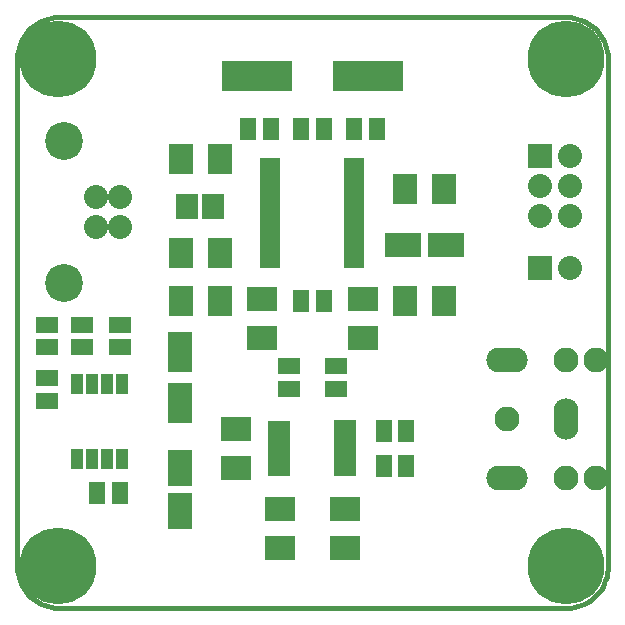
<source format=gts>
G04 (created by PCBNEW-RS274X (2011-01-25 BZR 2758)-stable) date 2011-04-14T22:21:49 CEST*
G01*
G70*
G90*
%MOIN*%
G04 Gerber Fmt 3.4, Leading zero omitted, Abs format*
%FSLAX34Y34*%
G04 APERTURE LIST*
%ADD10C,0.006000*%
%ADD11C,0.015000*%
%ADD12R,0.122400X0.083000*%
%ADD13R,0.083000X0.122400*%
%ADD14R,0.083000X0.138100*%
%ADD15R,0.080000X0.080000*%
%ADD16C,0.080000*%
%ADD17R,0.236500X0.098700*%
%ADD18R,0.055000X0.075000*%
%ADD19R,0.075000X0.055000*%
%ADD20R,0.100000X0.080000*%
%ADD21R,0.040000X0.065000*%
%ADD22R,0.075000X0.037000*%
%ADD23R,0.070000X0.036000*%
%ADD24C,0.126300*%
%ADD25C,0.083000*%
%ADD26O,0.083000X0.138100*%
%ADD27O,0.138100X0.083000*%
%ADD28R,0.080000X0.100000*%
%ADD29C,0.256200*%
%ADD30R,0.075100X0.035700*%
G04 APERTURE END LIST*
G54D10*
G54D11*
X04232Y-02657D02*
X21161Y-02657D01*
X02854Y-20964D02*
X02854Y-04035D01*
X21063Y-22342D02*
X04232Y-22342D01*
X21063Y-22341D02*
X21182Y-22344D01*
X21302Y-22337D01*
X21422Y-22320D01*
X21539Y-22292D01*
X21653Y-22254D01*
X21764Y-22206D01*
X21870Y-22148D01*
X21970Y-22082D01*
X22065Y-22007D01*
X22152Y-21925D01*
X22232Y-21834D01*
X22304Y-21738D01*
X22367Y-21635D01*
X22421Y-21527D01*
X22465Y-21415D01*
X22500Y-21300D01*
X22524Y-21182D01*
X22538Y-21062D01*
X22539Y-04035D02*
X22539Y-21063D01*
X22539Y-04035D02*
X22533Y-03915D01*
X22518Y-03796D01*
X22492Y-03679D01*
X22455Y-03564D01*
X22409Y-03453D01*
X22354Y-03347D01*
X22289Y-03245D01*
X22216Y-03150D01*
X22135Y-03061D01*
X22046Y-02980D01*
X21951Y-02907D01*
X21850Y-02842D01*
X21743Y-02787D01*
X21632Y-02741D01*
X21517Y-02704D01*
X21400Y-02678D01*
X21281Y-02663D01*
X21161Y-02657D01*
X04232Y-02657D02*
X04112Y-02663D01*
X03993Y-02678D01*
X03876Y-02704D01*
X03761Y-02741D01*
X03650Y-02787D01*
X03544Y-02842D01*
X03442Y-02907D01*
X03347Y-02980D01*
X03258Y-03061D01*
X03177Y-03150D01*
X03104Y-03245D01*
X03039Y-03347D01*
X02984Y-03453D01*
X02938Y-03564D01*
X02901Y-03679D01*
X02875Y-03796D01*
X02860Y-03915D01*
X02854Y-04035D01*
X02854Y-20964D02*
X02860Y-21084D01*
X02875Y-21203D01*
X02901Y-21320D01*
X02938Y-21435D01*
X02984Y-21546D01*
X03039Y-21652D01*
X03104Y-21754D01*
X03177Y-21849D01*
X03258Y-21938D01*
X03347Y-22019D01*
X03442Y-22092D01*
X03544Y-22157D01*
X03650Y-22212D01*
X03761Y-22258D01*
X03876Y-22295D01*
X03993Y-22321D01*
X04112Y-22336D01*
X04232Y-22342D01*
G54D12*
X15728Y-10236D03*
X17146Y-10236D03*
G54D13*
X08267Y-19114D03*
X08267Y-17696D03*
G54D14*
X08267Y-13799D03*
X08267Y-15531D03*
G54D15*
X20267Y-11023D03*
G54D16*
X21267Y-11023D03*
G54D15*
X20267Y-07267D03*
G54D16*
X21267Y-07267D03*
X20267Y-08267D03*
X21267Y-08267D03*
X20267Y-09267D03*
X21267Y-09267D03*
G54D17*
X10846Y-04625D03*
X14546Y-04625D03*
G54D18*
X15828Y-17618D03*
X15078Y-17618D03*
X15828Y-16437D03*
X15078Y-16437D03*
G54D19*
X13484Y-14290D03*
X13484Y-15040D03*
G54D18*
X12321Y-06397D03*
X13071Y-06397D03*
G54D19*
X11909Y-14290D03*
X11909Y-15040D03*
G54D18*
X13072Y-12106D03*
X12322Y-12106D03*
G54D19*
X03838Y-12912D03*
X03838Y-13662D03*
X03838Y-14684D03*
X03838Y-15434D03*
X06299Y-13662D03*
X06299Y-12912D03*
G54D18*
X14093Y-06397D03*
X14843Y-06397D03*
X10550Y-06397D03*
X11300Y-06397D03*
X05530Y-18503D03*
X06280Y-18503D03*
G54D19*
X05019Y-12912D03*
X05019Y-13662D03*
G54D20*
X14370Y-12046D03*
X14370Y-13346D03*
X11023Y-12046D03*
X11023Y-13346D03*
G54D21*
X04860Y-14891D03*
X05360Y-14891D03*
X05860Y-14891D03*
X06360Y-14891D03*
X06360Y-17391D03*
X05860Y-17391D03*
X05360Y-17391D03*
X04860Y-17391D03*
G54D22*
X11597Y-16267D03*
X11597Y-16517D03*
X11597Y-16777D03*
X11597Y-17027D03*
X11597Y-17287D03*
X11597Y-17542D03*
X11597Y-17797D03*
X13797Y-17797D03*
X13797Y-17542D03*
X13797Y-17287D03*
X13797Y-17027D03*
X13797Y-16772D03*
X13797Y-16517D03*
X13797Y-16262D03*
G54D23*
X11294Y-07503D03*
X11294Y-07753D03*
X11294Y-08013D03*
X11294Y-08273D03*
X11294Y-08523D03*
X11294Y-08783D03*
X11294Y-09043D03*
X11294Y-09293D03*
X11294Y-09553D03*
X11294Y-09803D03*
X11294Y-10063D03*
X11294Y-10323D03*
X11294Y-10573D03*
X11294Y-10833D03*
X14094Y-10833D03*
X14094Y-10573D03*
X14094Y-10333D03*
X14094Y-10063D03*
X14094Y-09803D03*
X14094Y-09553D03*
X14094Y-09293D03*
X14094Y-09043D03*
X14094Y-08783D03*
X14094Y-08523D03*
X14094Y-08273D03*
X14094Y-08013D03*
X14094Y-07753D03*
X14094Y-07503D03*
G54D16*
X06279Y-09653D03*
X06279Y-08653D03*
X05492Y-08653D03*
X05492Y-09653D03*
G54D24*
X04429Y-11515D03*
X04429Y-06791D03*
G54D25*
X22145Y-18012D03*
X21161Y-18012D03*
X22145Y-14074D03*
X21161Y-14074D03*
X19192Y-16043D03*
G54D26*
X21161Y-16043D03*
G54D27*
X19192Y-18012D03*
X19192Y-14074D03*
G54D28*
X09606Y-07381D03*
X08306Y-07381D03*
X08306Y-10531D03*
X09606Y-10531D03*
X08306Y-12106D03*
X09606Y-12106D03*
X17087Y-08366D03*
X15787Y-08366D03*
X15787Y-12106D03*
X17087Y-12106D03*
G54D20*
X10138Y-16377D03*
X10138Y-17677D03*
X11614Y-19035D03*
X11614Y-20335D03*
X13779Y-19035D03*
X13779Y-20335D03*
G54D29*
X04232Y-04035D03*
X21161Y-04035D03*
X04232Y-20964D03*
X21161Y-20964D03*
G54D30*
X08523Y-08956D03*
X08523Y-09212D03*
X08523Y-08700D03*
X09389Y-09212D03*
X09389Y-08956D03*
X09389Y-08700D03*
M02*

</source>
